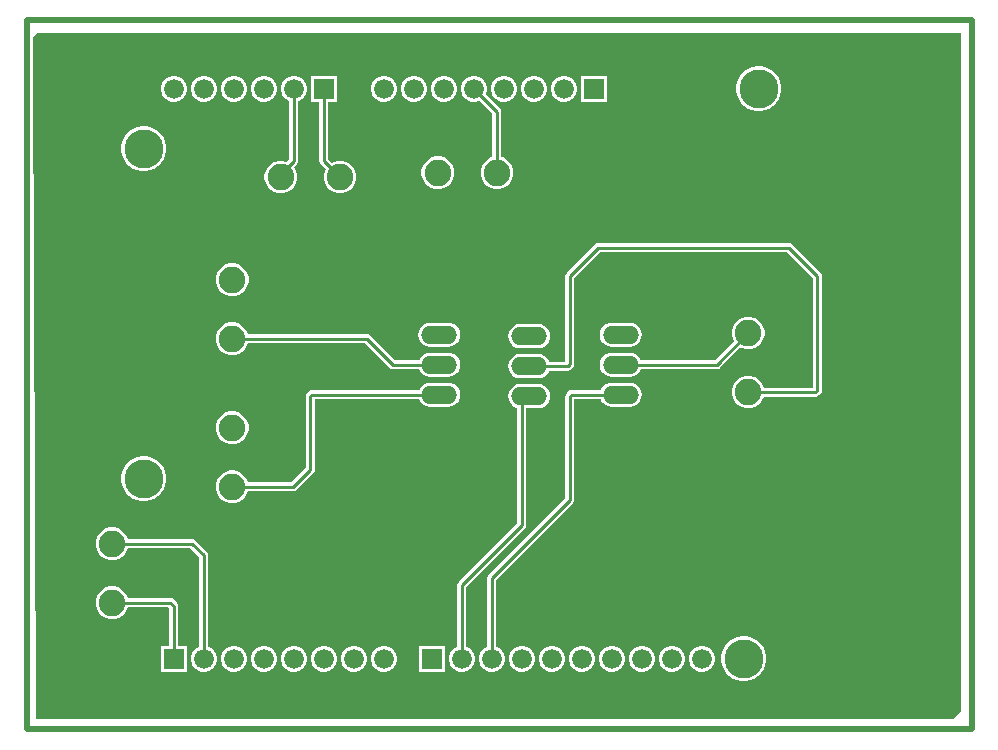
<source format=gbl>
G04*
G04 #@! TF.GenerationSoftware,Altium Limited,Altium Designer,23.5.1 (21)*
G04*
G04 Layer_Physical_Order=2*
G04 Layer_Color=16711680*
%FSLAX44Y44*%
%MOMM*%
G71*
G04*
G04 #@! TF.SameCoordinates,D93342A0-999F-4D70-BDBB-96AC1F057240*
G04*
G04*
G04 #@! TF.FilePolarity,Positive*
G04*
G01*
G75*
%ADD13C,0.2540*%
%ADD19C,2.2500*%
%ADD20O,3.0480X1.5240*%
%ADD21C,1.6764*%
%ADD22R,1.6764X1.6764*%
%ADD23C,3.3000*%
%ADD24C,0.5080*%
G36*
X791210Y15240D02*
X784860Y8890D01*
X7620D01*
X5179Y562880D01*
Y585569D01*
X8890Y589280D01*
X791210D01*
Y15240D01*
D02*
G37*
%LPC*%
G36*
X490982Y553212D02*
X469138D01*
Y531368D01*
X490982D01*
Y553212D01*
D02*
G37*
G36*
X456098D02*
X453222D01*
X450444Y552468D01*
X447954Y551030D01*
X445920Y548996D01*
X444482Y546506D01*
X443738Y543728D01*
Y540852D01*
X444482Y538074D01*
X445920Y535584D01*
X447954Y533550D01*
X450444Y532112D01*
X453222Y531368D01*
X456098D01*
X458876Y532112D01*
X461366Y533550D01*
X463400Y535584D01*
X464838Y538074D01*
X465582Y540852D01*
Y543728D01*
X464838Y546506D01*
X463400Y548996D01*
X461366Y551030D01*
X458876Y552468D01*
X456098Y553212D01*
D02*
G37*
G36*
X430698D02*
X427822D01*
X425044Y552468D01*
X422554Y551030D01*
X420520Y548996D01*
X419082Y546506D01*
X418338Y543728D01*
Y540852D01*
X419082Y538074D01*
X420520Y535584D01*
X422554Y533550D01*
X425044Y532112D01*
X427822Y531368D01*
X430698D01*
X433476Y532112D01*
X435966Y533550D01*
X438000Y535584D01*
X439438Y538074D01*
X440182Y540852D01*
Y543728D01*
X439438Y546506D01*
X438000Y548996D01*
X435966Y551030D01*
X433476Y552468D01*
X430698Y553212D01*
D02*
G37*
G36*
X405298D02*
X402422D01*
X399644Y552468D01*
X397154Y551030D01*
X395120Y548996D01*
X393682Y546506D01*
X392938Y543728D01*
Y540852D01*
X393682Y538074D01*
X395120Y535584D01*
X397154Y533550D01*
X399644Y532112D01*
X402422Y531368D01*
X405298D01*
X408076Y532112D01*
X410566Y533550D01*
X412600Y535584D01*
X414038Y538074D01*
X414782Y540852D01*
Y543728D01*
X414038Y546506D01*
X412600Y548996D01*
X410566Y551030D01*
X408076Y552468D01*
X405298Y553212D01*
D02*
G37*
G36*
X354498D02*
X351622D01*
X348844Y552468D01*
X346354Y551030D01*
X344320Y548996D01*
X342882Y546506D01*
X342138Y543728D01*
Y540852D01*
X342882Y538074D01*
X344320Y535584D01*
X346354Y533550D01*
X348844Y532112D01*
X351622Y531368D01*
X354498D01*
X357276Y532112D01*
X359766Y533550D01*
X361800Y535584D01*
X363238Y538074D01*
X363982Y540852D01*
Y543728D01*
X363238Y546506D01*
X361800Y548996D01*
X359766Y551030D01*
X357276Y552468D01*
X354498Y553212D01*
D02*
G37*
G36*
X329098D02*
X326222D01*
X323444Y552468D01*
X320954Y551030D01*
X318920Y548996D01*
X317482Y546506D01*
X316738Y543728D01*
Y540852D01*
X317482Y538074D01*
X318920Y535584D01*
X320954Y533550D01*
X323444Y532112D01*
X326222Y531368D01*
X329098D01*
X331876Y532112D01*
X334366Y533550D01*
X336400Y535584D01*
X337838Y538074D01*
X338582Y540852D01*
Y543728D01*
X337838Y546506D01*
X336400Y548996D01*
X334366Y551030D01*
X331876Y552468D01*
X329098Y553212D01*
D02*
G37*
G36*
X303698D02*
X300822D01*
X298044Y552468D01*
X295554Y551030D01*
X293520Y548996D01*
X292082Y546506D01*
X291338Y543728D01*
Y540852D01*
X292082Y538074D01*
X293520Y535584D01*
X295554Y533550D01*
X298044Y532112D01*
X300822Y531368D01*
X303698D01*
X306476Y532112D01*
X308966Y533550D01*
X311000Y535584D01*
X312438Y538074D01*
X313182Y540852D01*
Y543728D01*
X312438Y546506D01*
X311000Y548996D01*
X308966Y551030D01*
X306476Y552468D01*
X303698Y553212D01*
D02*
G37*
G36*
X202098D02*
X199222D01*
X196444Y552468D01*
X193954Y551030D01*
X191920Y548996D01*
X190482Y546506D01*
X189738Y543728D01*
Y540852D01*
X190482Y538074D01*
X191920Y535584D01*
X193954Y533550D01*
X196444Y532112D01*
X199222Y531368D01*
X202098D01*
X204876Y532112D01*
X207366Y533550D01*
X209400Y535584D01*
X210838Y538074D01*
X211582Y540852D01*
Y543728D01*
X210838Y546506D01*
X209400Y548996D01*
X207366Y551030D01*
X204876Y552468D01*
X202098Y553212D01*
D02*
G37*
G36*
X176698D02*
X173822D01*
X171044Y552468D01*
X168554Y551030D01*
X166520Y548996D01*
X165082Y546506D01*
X164338Y543728D01*
Y540852D01*
X165082Y538074D01*
X166520Y535584D01*
X168554Y533550D01*
X171044Y532112D01*
X173822Y531368D01*
X176698D01*
X179476Y532112D01*
X181966Y533550D01*
X184000Y535584D01*
X185438Y538074D01*
X186182Y540852D01*
Y543728D01*
X185438Y546506D01*
X184000Y548996D01*
X181966Y551030D01*
X179476Y552468D01*
X176698Y553212D01*
D02*
G37*
G36*
X151298D02*
X148422D01*
X145644Y552468D01*
X143154Y551030D01*
X141120Y548996D01*
X139682Y546506D01*
X138938Y543728D01*
Y540852D01*
X139682Y538074D01*
X141120Y535584D01*
X143154Y533550D01*
X145644Y532112D01*
X148422Y531368D01*
X151298D01*
X154076Y532112D01*
X156566Y533550D01*
X158600Y535584D01*
X160038Y538074D01*
X160782Y540852D01*
Y543728D01*
X160038Y546506D01*
X158600Y548996D01*
X156566Y551030D01*
X154076Y552468D01*
X151298Y553212D01*
D02*
G37*
G36*
X125898D02*
X123022D01*
X120244Y552468D01*
X117754Y551030D01*
X115720Y548996D01*
X114282Y546506D01*
X113538Y543728D01*
Y540852D01*
X114282Y538074D01*
X115720Y535584D01*
X117754Y533550D01*
X120244Y532112D01*
X123022Y531368D01*
X125898D01*
X128676Y532112D01*
X131166Y533550D01*
X133200Y535584D01*
X134638Y538074D01*
X135382Y540852D01*
Y543728D01*
X134638Y546506D01*
X133200Y548996D01*
X131166Y551030D01*
X128676Y552468D01*
X125898Y553212D01*
D02*
G37*
G36*
X621635Y561330D02*
X617885D01*
X614206Y560598D01*
X610741Y559163D01*
X607623Y557079D01*
X604971Y554427D01*
X602887Y551309D01*
X601452Y547844D01*
X600720Y544165D01*
Y540415D01*
X601452Y536736D01*
X602887Y533271D01*
X604971Y530153D01*
X607623Y527501D01*
X610741Y525417D01*
X614206Y523982D01*
X617885Y523250D01*
X621635D01*
X625314Y523982D01*
X628779Y525417D01*
X631897Y527501D01*
X634549Y530153D01*
X636633Y533271D01*
X638068Y536736D01*
X638800Y540415D01*
Y544165D01*
X638068Y547844D01*
X636633Y551309D01*
X634549Y554427D01*
X631897Y557079D01*
X628779Y559163D01*
X625314Y560598D01*
X621635Y561330D01*
D02*
G37*
G36*
X227498Y553212D02*
X224622D01*
X221844Y552468D01*
X219354Y551030D01*
X217320Y548996D01*
X215882Y546506D01*
X215138Y543728D01*
Y540852D01*
X215882Y538074D01*
X217320Y535584D01*
X219354Y533550D01*
X221844Y532112D01*
X222175Y532024D01*
Y482939D01*
X219638Y480402D01*
X216845Y481150D01*
X213214D01*
X209707Y480210D01*
X206563Y478395D01*
X203995Y475827D01*
X202180Y472683D01*
X201240Y469175D01*
Y465545D01*
X202180Y462037D01*
X203995Y458893D01*
X206563Y456325D01*
X209707Y454510D01*
X213214Y453570D01*
X216845D01*
X220353Y454510D01*
X223497Y456325D01*
X226065Y458893D01*
X227880Y462037D01*
X228820Y465545D01*
Y469175D01*
X227880Y472683D01*
X226065Y475827D01*
X226058Y475834D01*
X228807Y478583D01*
X229649Y479843D01*
X229945Y481330D01*
Y532024D01*
X230276Y532112D01*
X232766Y533550D01*
X234800Y535584D01*
X236238Y538074D01*
X236982Y540852D01*
Y543728D01*
X236238Y546506D01*
X234800Y548996D01*
X232766Y551030D01*
X230276Y552468D01*
X227498Y553212D01*
D02*
G37*
G36*
X100935Y510530D02*
X97185D01*
X93506Y509798D01*
X90041Y508363D01*
X86923Y506279D01*
X84271Y503627D01*
X82187Y500509D01*
X80752Y497044D01*
X80020Y493365D01*
Y489615D01*
X80752Y485936D01*
X82187Y482471D01*
X84271Y479353D01*
X86923Y476701D01*
X90041Y474617D01*
X93506Y473182D01*
X97185Y472450D01*
X100935D01*
X104614Y473182D01*
X108079Y474617D01*
X111197Y476701D01*
X113849Y479353D01*
X115933Y482471D01*
X117368Y485936D01*
X118100Y489615D01*
Y493365D01*
X117368Y497044D01*
X115933Y500509D01*
X113849Y503627D01*
X111197Y506279D01*
X108079Y508363D01*
X104614Y509798D01*
X100935Y510530D01*
D02*
G37*
G36*
X379898Y553212D02*
X377022D01*
X374244Y552468D01*
X371754Y551030D01*
X369720Y548996D01*
X368282Y546506D01*
X367538Y543728D01*
Y540852D01*
X368282Y538074D01*
X369720Y535584D01*
X371754Y533550D01*
X374244Y532112D01*
X377022Y531368D01*
X379898D01*
X382676Y532112D01*
X382973Y532284D01*
X394095Y521161D01*
Y484406D01*
X392657Y484020D01*
X389513Y482205D01*
X386945Y479637D01*
X385130Y476493D01*
X384190Y472985D01*
Y469355D01*
X385130Y465847D01*
X386945Y462703D01*
X389513Y460135D01*
X392657Y458320D01*
X396165Y457380D01*
X399795D01*
X403303Y458320D01*
X406447Y460135D01*
X409015Y462703D01*
X410830Y465847D01*
X411770Y469355D01*
Y472985D01*
X410830Y476493D01*
X409015Y479637D01*
X406447Y482205D01*
X403303Y484020D01*
X401865Y484406D01*
Y522770D01*
X401569Y524257D01*
X400727Y525517D01*
X388466Y537777D01*
X388638Y538074D01*
X389382Y540852D01*
Y543728D01*
X388638Y546506D01*
X387200Y548996D01*
X385166Y551030D01*
X382676Y552468D01*
X379898Y553212D01*
D02*
G37*
G36*
X349795Y484960D02*
X346165D01*
X342657Y484020D01*
X339513Y482205D01*
X336945Y479637D01*
X335130Y476493D01*
X334190Y472985D01*
Y469355D01*
X335130Y465847D01*
X336945Y462703D01*
X339513Y460135D01*
X342657Y458320D01*
X346165Y457380D01*
X349795D01*
X353303Y458320D01*
X356447Y460135D01*
X359015Y462703D01*
X360830Y465847D01*
X361770Y469355D01*
Y472985D01*
X360830Y476493D01*
X359015Y479637D01*
X356447Y482205D01*
X353303Y484020D01*
X349795Y484960D01*
D02*
G37*
G36*
X262382Y553212D02*
X240538D01*
Y531368D01*
X247575D01*
Y480930D01*
X247871Y479443D01*
X248713Y478183D01*
X252924Y473972D01*
X252180Y472683D01*
X251240Y469175D01*
Y465545D01*
X252180Y462037D01*
X253995Y458893D01*
X256563Y456325D01*
X259707Y454510D01*
X263214Y453570D01*
X266845D01*
X270353Y454510D01*
X273497Y456325D01*
X276065Y458893D01*
X277880Y462037D01*
X278820Y465545D01*
Y469175D01*
X277880Y472683D01*
X276065Y475827D01*
X273497Y478395D01*
X270353Y480210D01*
X266845Y481150D01*
X263214D01*
X259707Y480210D01*
X258418Y479466D01*
X255345Y482539D01*
Y531368D01*
X262382D01*
Y553212D01*
D02*
G37*
G36*
X175805Y394390D02*
X172174D01*
X168667Y393450D01*
X165523Y391635D01*
X162955Y389067D01*
X161140Y385923D01*
X160200Y382416D01*
Y378784D01*
X161140Y375277D01*
X162955Y372133D01*
X165523Y369565D01*
X168667Y367750D01*
X172174Y366810D01*
X175805D01*
X179313Y367750D01*
X182457Y369565D01*
X185025Y372133D01*
X186840Y375277D01*
X187780Y378784D01*
Y382416D01*
X186840Y385923D01*
X185025Y389067D01*
X182457Y391635D01*
X179313Y393450D01*
X175805Y394390D01*
D02*
G37*
G36*
X510540Y344258D02*
X495300D01*
X492648Y343909D01*
X490176Y342885D01*
X488054Y341256D01*
X486425Y339134D01*
X485401Y336662D01*
X485052Y334010D01*
X485401Y331358D01*
X486425Y328886D01*
X488054Y326764D01*
X490176Y325135D01*
X492648Y324112D01*
X495300Y323762D01*
X510540D01*
X513192Y324112D01*
X515664Y325135D01*
X517786Y326764D01*
X519415Y328886D01*
X520438Y331358D01*
X520788Y334010D01*
X520438Y336662D01*
X519415Y339134D01*
X517786Y341256D01*
X515664Y342885D01*
X513192Y343909D01*
X510540Y344258D01*
D02*
G37*
G36*
X356870D02*
X341630D01*
X338978Y343909D01*
X336506Y342885D01*
X334384Y341256D01*
X332755Y339134D01*
X331731Y336662D01*
X331382Y334010D01*
X331731Y331358D01*
X332755Y328886D01*
X334384Y326764D01*
X336506Y325135D01*
X338978Y324112D01*
X341630Y323762D01*
X356870D01*
X359522Y324112D01*
X361994Y325135D01*
X364116Y326764D01*
X365745Y328886D01*
X366768Y331358D01*
X367118Y334010D01*
X366768Y336662D01*
X365745Y339134D01*
X364116Y341256D01*
X361994Y342885D01*
X359522Y343909D01*
X356870Y344258D01*
D02*
G37*
G36*
X433070Y342988D02*
X417830D01*
X415178Y342639D01*
X412706Y341615D01*
X410584Y339986D01*
X408955Y337864D01*
X407932Y335392D01*
X407582Y332740D01*
X407932Y330088D01*
X408955Y327616D01*
X410584Y325494D01*
X412706Y323865D01*
X415178Y322841D01*
X417830Y322492D01*
X433070D01*
X435722Y322841D01*
X438194Y323865D01*
X440316Y325494D01*
X441945Y327616D01*
X442968Y330088D01*
X443318Y332740D01*
X442968Y335392D01*
X441945Y337864D01*
X440316Y339986D01*
X438194Y341615D01*
X435722Y342639D01*
X433070Y342988D01*
D02*
G37*
G36*
X612686Y349070D02*
X609054D01*
X605547Y348130D01*
X602403Y346315D01*
X599835Y343747D01*
X598020Y340603D01*
X597080Y337095D01*
Y333465D01*
X598020Y329957D01*
X598764Y328668D01*
X582591Y312495D01*
X519928D01*
X519415Y313734D01*
X517786Y315856D01*
X515664Y317485D01*
X513192Y318508D01*
X510540Y318858D01*
X495300D01*
X492648Y318508D01*
X490176Y317485D01*
X488054Y315856D01*
X486425Y313734D01*
X485401Y311262D01*
X485052Y308610D01*
X485401Y305958D01*
X486425Y303486D01*
X488054Y301364D01*
X490176Y299735D01*
X492648Y298711D01*
X495300Y298362D01*
X510540D01*
X513192Y298711D01*
X515664Y299735D01*
X517786Y301364D01*
X519415Y303486D01*
X519928Y304725D01*
X584200D01*
X585687Y305021D01*
X586947Y305863D01*
X604258Y323174D01*
X605547Y322430D01*
X609054Y321490D01*
X612686D01*
X616193Y322430D01*
X619337Y324245D01*
X621905Y326813D01*
X623720Y329957D01*
X624660Y333465D01*
Y337095D01*
X623720Y340603D01*
X621905Y343747D01*
X619337Y346315D01*
X616193Y348130D01*
X612686Y349070D01*
D02*
G37*
G36*
X175805Y344390D02*
X172174D01*
X168667Y343450D01*
X165523Y341635D01*
X162955Y339067D01*
X161140Y335923D01*
X160200Y332416D01*
Y328784D01*
X161140Y325277D01*
X162955Y322133D01*
X165523Y319565D01*
X168667Y317750D01*
X172174Y316810D01*
X175805D01*
X179313Y317750D01*
X182457Y319565D01*
X185025Y322133D01*
X186840Y325277D01*
X187226Y326715D01*
X286281D01*
X307133Y305863D01*
X308393Y305021D01*
X309880Y304725D01*
X332242D01*
X332755Y303486D01*
X334384Y301364D01*
X336506Y299735D01*
X338978Y298711D01*
X341630Y298362D01*
X356870D01*
X359522Y298711D01*
X361994Y299735D01*
X364116Y301364D01*
X365745Y303486D01*
X366768Y305958D01*
X367118Y308610D01*
X366768Y311262D01*
X365745Y313734D01*
X364116Y315856D01*
X361994Y317485D01*
X359522Y318508D01*
X356870Y318858D01*
X341630D01*
X338978Y318508D01*
X336506Y317485D01*
X334384Y315856D01*
X332755Y313734D01*
X332242Y312495D01*
X311489D01*
X290637Y333347D01*
X289377Y334189D01*
X287890Y334485D01*
X187226D01*
X186840Y335923D01*
X185025Y339067D01*
X182457Y341635D01*
X179313Y343450D01*
X175805Y344390D01*
D02*
G37*
G36*
X645160Y411555D02*
X483870D01*
X482383Y411259D01*
X481123Y410417D01*
X456993Y386287D01*
X456151Y385027D01*
X455855Y383540D01*
Y311225D01*
X442458D01*
X441945Y312464D01*
X440316Y314586D01*
X438194Y316215D01*
X435722Y317239D01*
X433070Y317588D01*
X417830D01*
X415178Y317239D01*
X412706Y316215D01*
X410584Y314586D01*
X408955Y312464D01*
X407932Y309992D01*
X407582Y307340D01*
X407932Y304688D01*
X408955Y302216D01*
X410584Y300094D01*
X412706Y298465D01*
X415178Y297442D01*
X417830Y297092D01*
X433070D01*
X435722Y297442D01*
X438194Y298465D01*
X440316Y300094D01*
X441945Y302216D01*
X442458Y303455D01*
X458252D01*
X459739Y303751D01*
X460999Y304593D01*
X462487Y306081D01*
X463329Y307341D01*
X463625Y308828D01*
Y381931D01*
X485479Y403785D01*
X643551D01*
X665405Y381931D01*
Y289165D01*
X624106D01*
X623720Y290603D01*
X621905Y293747D01*
X619337Y296315D01*
X616193Y298130D01*
X612686Y299070D01*
X609054D01*
X605547Y298130D01*
X602403Y296315D01*
X599835Y293747D01*
X598020Y290603D01*
X597080Y287096D01*
Y283465D01*
X598020Y279957D01*
X599835Y276813D01*
X602403Y274245D01*
X605547Y272430D01*
X609054Y271490D01*
X612686D01*
X616193Y272430D01*
X619337Y274245D01*
X621905Y276813D01*
X623720Y279957D01*
X624106Y281395D01*
X667802D01*
X669289Y281691D01*
X670549Y282533D01*
X672037Y284021D01*
X672879Y285281D01*
X673175Y286768D01*
Y383540D01*
X672879Y385027D01*
X672037Y386287D01*
X647907Y410417D01*
X646647Y411259D01*
X645160Y411555D01*
D02*
G37*
G36*
X510540Y293458D02*
X495300D01*
X492648Y293109D01*
X490176Y292085D01*
X488054Y290456D01*
X486425Y288334D01*
X485912Y287095D01*
X461228D01*
X459741Y286799D01*
X458481Y285957D01*
X456993Y284469D01*
X456151Y283209D01*
X455855Y281722D01*
Y195919D01*
X390953Y131017D01*
X390111Y129757D01*
X389815Y128270D01*
Y69956D01*
X389484Y69868D01*
X386994Y68430D01*
X384960Y66396D01*
X383522Y63906D01*
X382778Y61128D01*
Y58252D01*
X383522Y55474D01*
X384960Y52984D01*
X386994Y50950D01*
X389484Y49512D01*
X392262Y48768D01*
X395138D01*
X397916Y49512D01*
X400406Y50950D01*
X402440Y52984D01*
X403878Y55474D01*
X404622Y58252D01*
Y61128D01*
X403878Y63906D01*
X402440Y66396D01*
X400406Y68430D01*
X397916Y69868D01*
X397585Y69956D01*
Y126661D01*
X462487Y191563D01*
X463329Y192823D01*
X463625Y194310D01*
Y279325D01*
X485912D01*
X486425Y278086D01*
X488054Y275964D01*
X490176Y274335D01*
X492648Y273312D01*
X495300Y272962D01*
X510540D01*
X513192Y273312D01*
X515664Y274335D01*
X517786Y275964D01*
X519415Y278086D01*
X520438Y280558D01*
X520788Y283210D01*
X520438Y285862D01*
X519415Y288334D01*
X517786Y290456D01*
X515664Y292085D01*
X513192Y293109D01*
X510540Y293458D01*
D02*
G37*
G36*
X356870D02*
X341630D01*
X338978Y293109D01*
X336506Y292085D01*
X334384Y290456D01*
X332755Y288334D01*
X332242Y287095D01*
X241518D01*
X240031Y286799D01*
X238771Y285957D01*
X237283Y284469D01*
X236441Y283209D01*
X236145Y281722D01*
Y221319D01*
X223981Y209155D01*
X187226D01*
X186840Y210593D01*
X185025Y213737D01*
X182457Y216305D01*
X179313Y218120D01*
X175805Y219060D01*
X172174D01*
X168667Y218120D01*
X165523Y216305D01*
X162955Y213737D01*
X161140Y210593D01*
X160200Y207085D01*
Y203454D01*
X161140Y199947D01*
X162955Y196803D01*
X165523Y194235D01*
X168667Y192420D01*
X172174Y191480D01*
X175805D01*
X179313Y192420D01*
X182457Y194235D01*
X185025Y196803D01*
X186840Y199947D01*
X187226Y201385D01*
X225590D01*
X227077Y201681D01*
X228337Y202523D01*
X242777Y216963D01*
X243619Y218223D01*
X243915Y219710D01*
Y279325D01*
X332242D01*
X332755Y278086D01*
X334384Y275964D01*
X336506Y274335D01*
X338978Y273312D01*
X341630Y272962D01*
X356870D01*
X359522Y273312D01*
X361994Y274335D01*
X364116Y275964D01*
X365745Y278086D01*
X366768Y280558D01*
X367118Y283210D01*
X366768Y285862D01*
X365745Y288334D01*
X364116Y290456D01*
X361994Y292085D01*
X359522Y293109D01*
X356870Y293458D01*
D02*
G37*
G36*
X175805Y269060D02*
X172174D01*
X168667Y268120D01*
X165523Y266305D01*
X162955Y263737D01*
X161140Y260593D01*
X160200Y257085D01*
Y253454D01*
X161140Y249947D01*
X162955Y246803D01*
X165523Y244235D01*
X168667Y242420D01*
X172174Y241480D01*
X175805D01*
X179313Y242420D01*
X182457Y244235D01*
X185025Y246803D01*
X186840Y249947D01*
X187780Y253454D01*
Y257085D01*
X186840Y260593D01*
X185025Y263737D01*
X182457Y266305D01*
X179313Y268120D01*
X175805Y269060D01*
D02*
G37*
G36*
X100935Y231130D02*
X97185D01*
X93506Y230398D01*
X90041Y228963D01*
X86923Y226879D01*
X84271Y224227D01*
X82187Y221109D01*
X80752Y217644D01*
X80020Y213965D01*
Y210215D01*
X80752Y206536D01*
X82187Y203071D01*
X84271Y199953D01*
X86923Y197301D01*
X90041Y195217D01*
X93506Y193782D01*
X97185Y193050D01*
X100935D01*
X104614Y193782D01*
X108079Y195217D01*
X111197Y197301D01*
X113849Y199953D01*
X115933Y203071D01*
X117368Y206536D01*
X118100Y210215D01*
Y213965D01*
X117368Y217644D01*
X115933Y221109D01*
X113849Y224227D01*
X111197Y226879D01*
X108079Y228963D01*
X104614Y230398D01*
X100935Y231130D01*
D02*
G37*
G36*
X572938Y70612D02*
X570062D01*
X567284Y69868D01*
X564794Y68430D01*
X562760Y66396D01*
X561322Y63906D01*
X560578Y61128D01*
Y58252D01*
X561322Y55474D01*
X562760Y52984D01*
X564794Y50950D01*
X567284Y49512D01*
X570062Y48768D01*
X572938D01*
X575716Y49512D01*
X578206Y50950D01*
X580240Y52984D01*
X581678Y55474D01*
X582422Y58252D01*
Y61128D01*
X581678Y63906D01*
X580240Y66396D01*
X578206Y68430D01*
X575716Y69868D01*
X572938Y70612D01*
D02*
G37*
G36*
X547538D02*
X544662D01*
X541884Y69868D01*
X539394Y68430D01*
X537360Y66396D01*
X535922Y63906D01*
X535178Y61128D01*
Y58252D01*
X535922Y55474D01*
X537360Y52984D01*
X539394Y50950D01*
X541884Y49512D01*
X544662Y48768D01*
X547538D01*
X550316Y49512D01*
X552806Y50950D01*
X554840Y52984D01*
X556278Y55474D01*
X557022Y58252D01*
Y61128D01*
X556278Y63906D01*
X554840Y66396D01*
X552806Y68430D01*
X550316Y69868D01*
X547538Y70612D01*
D02*
G37*
G36*
X522138D02*
X519262D01*
X516484Y69868D01*
X513994Y68430D01*
X511960Y66396D01*
X510522Y63906D01*
X509778Y61128D01*
Y58252D01*
X510522Y55474D01*
X511960Y52984D01*
X513994Y50950D01*
X516484Y49512D01*
X519262Y48768D01*
X522138D01*
X524916Y49512D01*
X527406Y50950D01*
X529440Y52984D01*
X530878Y55474D01*
X531622Y58252D01*
Y61128D01*
X530878Y63906D01*
X529440Y66396D01*
X527406Y68430D01*
X524916Y69868D01*
X522138Y70612D01*
D02*
G37*
G36*
X496738D02*
X493862D01*
X491084Y69868D01*
X488594Y68430D01*
X486560Y66396D01*
X485122Y63906D01*
X484378Y61128D01*
Y58252D01*
X485122Y55474D01*
X486560Y52984D01*
X488594Y50950D01*
X491084Y49512D01*
X493862Y48768D01*
X496738D01*
X499516Y49512D01*
X502006Y50950D01*
X504040Y52984D01*
X505478Y55474D01*
X506222Y58252D01*
Y61128D01*
X505478Y63906D01*
X504040Y66396D01*
X502006Y68430D01*
X499516Y69868D01*
X496738Y70612D01*
D02*
G37*
G36*
X471338D02*
X468462D01*
X465684Y69868D01*
X463194Y68430D01*
X461160Y66396D01*
X459722Y63906D01*
X458978Y61128D01*
Y58252D01*
X459722Y55474D01*
X461160Y52984D01*
X463194Y50950D01*
X465684Y49512D01*
X468462Y48768D01*
X471338D01*
X474116Y49512D01*
X476606Y50950D01*
X478640Y52984D01*
X480078Y55474D01*
X480822Y58252D01*
Y61128D01*
X480078Y63906D01*
X478640Y66396D01*
X476606Y68430D01*
X474116Y69868D01*
X471338Y70612D01*
D02*
G37*
G36*
X445938D02*
X443062D01*
X440284Y69868D01*
X437794Y68430D01*
X435760Y66396D01*
X434322Y63906D01*
X433578Y61128D01*
Y58252D01*
X434322Y55474D01*
X435760Y52984D01*
X437794Y50950D01*
X440284Y49512D01*
X443062Y48768D01*
X445938D01*
X448716Y49512D01*
X451206Y50950D01*
X453240Y52984D01*
X454678Y55474D01*
X455422Y58252D01*
Y61128D01*
X454678Y63906D01*
X453240Y66396D01*
X451206Y68430D01*
X448716Y69868D01*
X445938Y70612D01*
D02*
G37*
G36*
X420538D02*
X417662D01*
X414884Y69868D01*
X412394Y68430D01*
X410360Y66396D01*
X408922Y63906D01*
X408178Y61128D01*
Y58252D01*
X408922Y55474D01*
X410360Y52984D01*
X412394Y50950D01*
X414884Y49512D01*
X417662Y48768D01*
X420538D01*
X423316Y49512D01*
X425806Y50950D01*
X427840Y52984D01*
X429278Y55474D01*
X430022Y58252D01*
Y61128D01*
X429278Y63906D01*
X427840Y66396D01*
X425806Y68430D01*
X423316Y69868D01*
X420538Y70612D01*
D02*
G37*
G36*
X433070Y292188D02*
X417830D01*
X415178Y291838D01*
X412706Y290815D01*
X410584Y289186D01*
X408955Y287064D01*
X407932Y284592D01*
X407582Y281940D01*
X407932Y279288D01*
X408955Y276816D01*
X410584Y274694D01*
X412706Y273065D01*
X415178Y272041D01*
X415215Y272036D01*
Y174329D01*
X365553Y124667D01*
X364711Y123407D01*
X364415Y121920D01*
Y69956D01*
X364084Y69868D01*
X361594Y68430D01*
X359560Y66396D01*
X358122Y63906D01*
X357378Y61128D01*
Y58252D01*
X358122Y55474D01*
X359560Y52984D01*
X361594Y50950D01*
X364084Y49512D01*
X366862Y48768D01*
X369738D01*
X372516Y49512D01*
X375006Y50950D01*
X377040Y52984D01*
X378478Y55474D01*
X379222Y58252D01*
Y61128D01*
X378478Y63906D01*
X377040Y66396D01*
X375006Y68430D01*
X372516Y69868D01*
X372185Y69956D01*
Y120311D01*
X421847Y169973D01*
X422689Y171233D01*
X422985Y172720D01*
Y271692D01*
X433070D01*
X435722Y272041D01*
X438194Y273065D01*
X440316Y274694D01*
X441945Y276816D01*
X442968Y279288D01*
X443318Y281940D01*
X442968Y284592D01*
X441945Y287064D01*
X440316Y289186D01*
X438194Y290815D01*
X435722Y291838D01*
X433070Y292188D01*
D02*
G37*
G36*
X353822Y70612D02*
X331978D01*
Y48768D01*
X353822D01*
Y70612D01*
D02*
G37*
G36*
X303698D02*
X300822D01*
X298044Y69868D01*
X295554Y68430D01*
X293520Y66396D01*
X292082Y63906D01*
X291338Y61128D01*
Y58252D01*
X292082Y55474D01*
X293520Y52984D01*
X295554Y50950D01*
X298044Y49512D01*
X300822Y48768D01*
X303698D01*
X306476Y49512D01*
X308966Y50950D01*
X311000Y52984D01*
X312438Y55474D01*
X313182Y58252D01*
Y61128D01*
X312438Y63906D01*
X311000Y66396D01*
X308966Y68430D01*
X306476Y69868D01*
X303698Y70612D01*
D02*
G37*
G36*
X278298D02*
X275422D01*
X272644Y69868D01*
X270154Y68430D01*
X268120Y66396D01*
X266682Y63906D01*
X265938Y61128D01*
Y58252D01*
X266682Y55474D01*
X268120Y52984D01*
X270154Y50950D01*
X272644Y49512D01*
X275422Y48768D01*
X278298D01*
X281076Y49512D01*
X283566Y50950D01*
X285600Y52984D01*
X287038Y55474D01*
X287782Y58252D01*
Y61128D01*
X287038Y63906D01*
X285600Y66396D01*
X283566Y68430D01*
X281076Y69868D01*
X278298Y70612D01*
D02*
G37*
G36*
X252898D02*
X250022D01*
X247244Y69868D01*
X244754Y68430D01*
X242720Y66396D01*
X241282Y63906D01*
X240538Y61128D01*
Y58252D01*
X241282Y55474D01*
X242720Y52984D01*
X244754Y50950D01*
X247244Y49512D01*
X250022Y48768D01*
X252898D01*
X255676Y49512D01*
X258166Y50950D01*
X260200Y52984D01*
X261638Y55474D01*
X262382Y58252D01*
Y61128D01*
X261638Y63906D01*
X260200Y66396D01*
X258166Y68430D01*
X255676Y69868D01*
X252898Y70612D01*
D02*
G37*
G36*
X227498D02*
X224622D01*
X221844Y69868D01*
X219354Y68430D01*
X217320Y66396D01*
X215882Y63906D01*
X215138Y61128D01*
Y58252D01*
X215882Y55474D01*
X217320Y52984D01*
X219354Y50950D01*
X221844Y49512D01*
X224622Y48768D01*
X227498D01*
X230276Y49512D01*
X232766Y50950D01*
X234800Y52984D01*
X236238Y55474D01*
X236982Y58252D01*
Y61128D01*
X236238Y63906D01*
X234800Y66396D01*
X232766Y68430D01*
X230276Y69868D01*
X227498Y70612D01*
D02*
G37*
G36*
X202098D02*
X199222D01*
X196444Y69868D01*
X193954Y68430D01*
X191920Y66396D01*
X190482Y63906D01*
X189738Y61128D01*
Y58252D01*
X190482Y55474D01*
X191920Y52984D01*
X193954Y50950D01*
X196444Y49512D01*
X199222Y48768D01*
X202098D01*
X204876Y49512D01*
X207366Y50950D01*
X209400Y52984D01*
X210838Y55474D01*
X211582Y58252D01*
Y61128D01*
X210838Y63906D01*
X209400Y66396D01*
X207366Y68430D01*
X204876Y69868D01*
X202098Y70612D01*
D02*
G37*
G36*
X176698D02*
X173822D01*
X171044Y69868D01*
X168554Y68430D01*
X166520Y66396D01*
X165082Y63906D01*
X164338Y61128D01*
Y58252D01*
X165082Y55474D01*
X166520Y52984D01*
X168554Y50950D01*
X171044Y49512D01*
X173822Y48768D01*
X176698D01*
X179476Y49512D01*
X181966Y50950D01*
X184000Y52984D01*
X185438Y55474D01*
X186182Y58252D01*
Y61128D01*
X185438Y63906D01*
X184000Y66396D01*
X181966Y68430D01*
X179476Y69868D01*
X176698Y70612D01*
D02*
G37*
G36*
X74205Y170870D02*
X70574D01*
X67067Y169930D01*
X63923Y168115D01*
X61355Y165547D01*
X59540Y162403D01*
X58600Y158896D01*
Y155265D01*
X59540Y151757D01*
X61355Y148613D01*
X63923Y146045D01*
X67067Y144230D01*
X70574Y143290D01*
X74205D01*
X77713Y144230D01*
X80857Y146045D01*
X83425Y148613D01*
X85240Y151757D01*
X85626Y153195D01*
X138491D01*
X145975Y145711D01*
Y69956D01*
X145644Y69868D01*
X143154Y68430D01*
X141120Y66396D01*
X139682Y63906D01*
X138938Y61128D01*
Y58252D01*
X139682Y55474D01*
X141120Y52984D01*
X143154Y50950D01*
X145644Y49512D01*
X148422Y48768D01*
X151298D01*
X154076Y49512D01*
X156566Y50950D01*
X158600Y52984D01*
X160038Y55474D01*
X160782Y58252D01*
Y61128D01*
X160038Y63906D01*
X158600Y66396D01*
X156566Y68430D01*
X154076Y69868D01*
X153745Y69956D01*
Y147320D01*
X153498Y148560D01*
X153449Y148807D01*
X152607Y150067D01*
X142847Y159827D01*
X141587Y160669D01*
X140100Y160965D01*
X85626D01*
X85240Y162403D01*
X83425Y165547D01*
X80857Y168115D01*
X77713Y169930D01*
X74205Y170870D01*
D02*
G37*
G36*
Y120870D02*
X70574D01*
X67067Y119930D01*
X63923Y118115D01*
X61355Y115547D01*
X59540Y112403D01*
X58600Y108896D01*
Y105265D01*
X59540Y101757D01*
X61355Y98613D01*
X63923Y96045D01*
X67067Y94230D01*
X70574Y93290D01*
X74205D01*
X77713Y94230D01*
X80857Y96045D01*
X83425Y98613D01*
X85240Y101757D01*
X85626Y103195D01*
X119911D01*
X120575Y102531D01*
Y70612D01*
X113538D01*
Y48768D01*
X135382D01*
Y70612D01*
X128345D01*
Y104140D01*
X128098Y105380D01*
X128049Y105627D01*
X127207Y106887D01*
X124267Y109827D01*
X123007Y110669D01*
X121520Y110965D01*
X85626D01*
X85240Y112403D01*
X83425Y115547D01*
X80857Y118115D01*
X77713Y119930D01*
X74205Y120870D01*
D02*
G37*
G36*
X608935Y78730D02*
X605185D01*
X601506Y77998D01*
X598041Y76563D01*
X594923Y74479D01*
X592271Y71827D01*
X590187Y68709D01*
X588752Y65244D01*
X588020Y61565D01*
Y57815D01*
X588752Y54136D01*
X590187Y50671D01*
X592271Y47553D01*
X594923Y44901D01*
X598041Y42817D01*
X601506Y41382D01*
X605185Y40650D01*
X608935D01*
X612614Y41382D01*
X616079Y42817D01*
X619197Y44901D01*
X621849Y47553D01*
X623933Y50671D01*
X625368Y54136D01*
X626100Y57815D01*
Y61565D01*
X625368Y65244D01*
X623933Y68709D01*
X621849Y71827D01*
X619197Y74479D01*
X616079Y76563D01*
X612614Y77998D01*
X608935Y78730D01*
D02*
G37*
%LPD*%
D13*
X149860Y59690D02*
Y147320D01*
X72390Y157080D02*
X140100D01*
X149860Y147320D01*
X124460Y59690D02*
Y104140D01*
X72390Y107080D02*
X121520D01*
X124460Y104140D01*
X393700Y59690D02*
Y128270D01*
X461228Y283210D02*
X502920D01*
X459740Y281722D02*
X461228Y283210D01*
X459740Y194310D02*
Y281722D01*
X393700Y128270D02*
X459740Y194310D01*
X368300Y121920D02*
X419100Y172720D01*
Y276073D01*
X368300Y59690D02*
Y121920D01*
X669290Y286768D02*
Y383540D01*
X667802Y285280D02*
X669290Y286768D01*
X610870Y285280D02*
X667802D01*
X645160Y407670D02*
X669290Y383540D01*
X483870Y407670D02*
X645160D01*
X459740Y383540D02*
X483870Y407670D01*
X425450Y307340D02*
X458252D01*
X459740Y308828D01*
Y383540D01*
X502920Y308610D02*
X584200D01*
X610870Y335280D01*
X424967Y281940D02*
X425450D01*
X419100Y276073D02*
X424967Y281940D01*
X240030Y219710D02*
Y281722D01*
X241518Y283210D02*
X349250D01*
X240030Y281722D02*
X241518Y283210D01*
X173990Y205270D02*
X225590D01*
X240030Y219710D01*
X309880Y308610D02*
X349250D01*
X287890Y330600D02*
X309880Y308610D01*
X173990Y330600D02*
X287890D01*
X215030Y467360D02*
Y470300D01*
X226060Y481330D01*
Y542290D01*
X251460Y480930D02*
Y542290D01*
Y480930D02*
X265030Y467360D01*
X397980Y471170D02*
Y522770D01*
X378460Y542290D02*
X397980Y522770D01*
D19*
X72390Y107080D02*
D03*
Y157080D02*
D03*
X173990Y255270D02*
D03*
Y205270D02*
D03*
X265030Y467360D02*
D03*
X215030D02*
D03*
X397980Y471170D02*
D03*
X347980D02*
D03*
X610870Y335280D02*
D03*
Y285280D02*
D03*
X173990Y330600D02*
D03*
Y380600D02*
D03*
D20*
X502920Y283210D02*
D03*
Y308610D02*
D03*
Y334010D02*
D03*
X425450Y281940D02*
D03*
Y307340D02*
D03*
Y332740D02*
D03*
X349250Y283210D02*
D03*
Y308610D02*
D03*
Y334010D02*
D03*
D21*
X403860Y542290D02*
D03*
X378460D02*
D03*
X226060D02*
D03*
X200660D02*
D03*
X175260D02*
D03*
X149860D02*
D03*
X124460D02*
D03*
X520700Y59690D02*
D03*
X149860D02*
D03*
X175260D02*
D03*
X200660D02*
D03*
X226060D02*
D03*
X251460D02*
D03*
X276860D02*
D03*
X302260D02*
D03*
X368300D02*
D03*
X393700D02*
D03*
X419100D02*
D03*
X444500D02*
D03*
X469900D02*
D03*
X353060Y542290D02*
D03*
X327660D02*
D03*
X495300Y59690D02*
D03*
X429260Y542290D02*
D03*
X302260D02*
D03*
X546100Y59690D02*
D03*
X571500D02*
D03*
X454660Y542290D02*
D03*
D22*
X251460D02*
D03*
X124460Y59690D02*
D03*
X342900D02*
D03*
X480060Y542290D02*
D03*
D23*
X99060Y212090D02*
D03*
Y491490D02*
D03*
X607060Y59690D02*
D03*
X619760Y542290D02*
D03*
D24*
X0Y0D02*
X800000D01*
Y600000D01*
X0D02*
X800000D01*
X0Y0D02*
Y600000D01*
M02*

</source>
